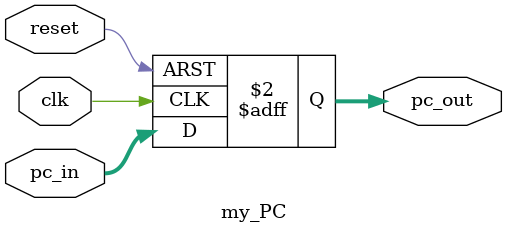
<source format=v>
`timescale 1ns / 1ps
`default_nettype none

module my_PC (
    input wire clk,
    input wire reset,
    input wire [31:0] pc_in,
    output reg [31:0] pc_out
);

always @(posedge clk or posedge reset) begin
    if (reset) begin
        pc_out <= 32'b0;
    end else begin
        pc_out <= pc_in;
    end
end

endmodule
</source>
